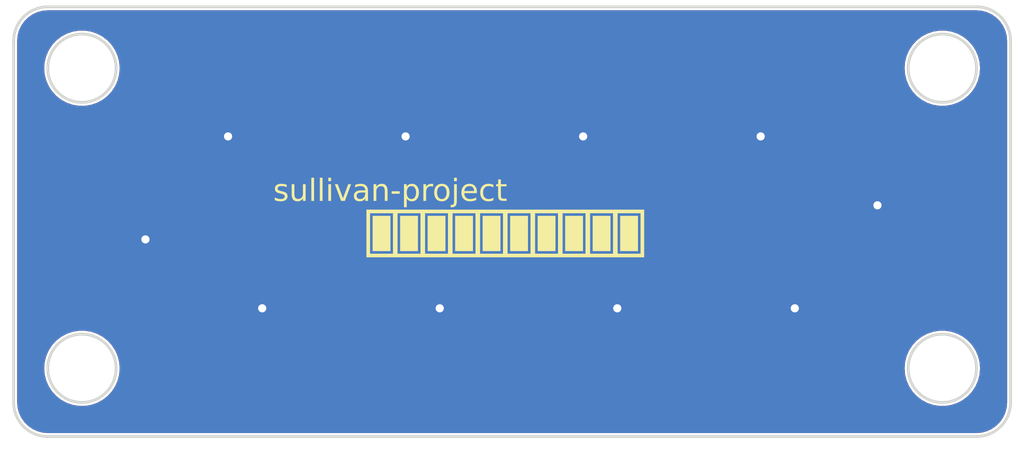
<source format=kicad_pcb>
(kicad_pcb (version 20240108) (generator "pcbnew") (generator_version "7.99")
  (layers (0 "F.Cu" signal) (31 "B.Cu" signal) (34 "B.Paste" user) (35 "F.Paste" user) (36 "B.SilkS" user "B.Silkscreen") (37 "F.SilkS" user "F.Silkscreen") (38 "B.Mask" user) (39 "F.Mask" user) (44 "Edge.Cuts" user))
  (net 0 "")
  (net 1 "GND")
  (net 2 "VCC")
  (footprint "0000:JST_GH_SM02B-GHS-TB_1x02-1MP_P1.25mm_Horizontal" (layer "F.Cu") (at 135.975 101.65 -90)
    (property "Reference" "U10" (hide yes))
    (property "Value" "GH1.25-2P卧贴" (hide yes))
    (pad "1" smd roundrect (at -0.625 -1.85 270) (size 0.6 1.7) (layers "F.Cu" "F.Paste" "F.Mask") (net 1 "GND"))
    (pad "2" smd roundrect (at 0.625 -1.85 270) (size 0.6 1.7) (layers "F.Cu" "F.Paste" "F.Mask") (net 2 "VCC"))
    (pad "3" smd roundrect (at -2.475 1.35 270) (size 1 2.7) (layers "F.Cu" "F.Paste" "F.Mask") (net 1 "GND"))
    (pad "4" smd roundrect (at 2.475 1.35 270) (size 1 2.7) (layers "F.Cu" "F.Paste" "F.Mask") (net 1 "GND"))
  )
  (footprint "0000:JST_GH_SM02B-GHS-TB_1x02-1MP_P1.25mm_Horizontal" (layer "F.Cu") (at 141.475 96.65 180)
    (property "Reference" "U5" (hide yes))
    (property "Value" "GH1.25-2P卧贴" (hide yes))
    (pad "1" smd roundrect (at -0.625 -1.85 180) (size 0.6 1.7) (layers "F.Cu" "F.Paste" "F.Mask") (net 1 "GND"))
    (pad "2" smd roundrect (at 0.625 -1.85 180) (size 0.6 1.7) (layers "F.Cu" "F.Paste" "F.Mask") (net 2 "VCC"))
    (pad "3" smd roundrect (at -2.475 1.35 180) (size 1 2.7) (layers "F.Cu" "F.Paste" "F.Mask") (net 1 "GND"))
    (pad "4" smd roundrect (at 2.475 1.35 180) (size 1 2.7) (layers "F.Cu" "F.Paste" "F.Mask") (net 1 "GND"))
  )
  (footprint "0000:JST_GH_SM02B-GHS-TB_1x02-1MP_P1.25mm_Horizontal" (layer "F.Cu") (at 154.475 106.65)
    (property "Reference" "U2" (hide yes))
    (property "Value" "GH1.25-2P卧贴" (hide yes))
    (pad "1" smd roundrect (at -0.625 -1.85) (size 0.6 1.7) (layers "F.Cu" "F.Paste" "F.Mask") (net 1 "GND"))
    (pad "2" smd roundrect (at 0.625 -1.85) (size 0.6 1.7) (layers "F.Cu" "F.Paste" "F.Mask") (net 2 "VCC"))
    (pad "3" smd roundrect (at -2.475 1.35) (size 1 2.7) (layers "F.Cu" "F.Paste" "F.Mask") (net 1 "GND"))
    (pad "4" smd roundrect (at 2.475 1.35) (size 1 2.7) (layers "F.Cu" "F.Paste" "F.Mask") (net 1 "GND"))
  )
  (footprint "0000:JST_GH_SM02B-GHS-TB_1x02-1MP_P1.25mm_Horizontal" (layer "F.Cu") (at 147.975 106.65)
    (property "Reference" "U6" (hide yes))
    (property "Value" "GH1.25-2P卧贴" (hide yes))
    (pad "1" smd roundrect (at -0.625 -1.85) (size 0.6 1.7) (layers "F.Cu" "F.Paste" "F.Mask") (net 1 "GND"))
    (pad "2" smd roundrect (at 0.625 -1.85) (size 0.6 1.7) (layers "F.Cu" "F.Paste" "F.Mask") (net 2 "VCC"))
    (pad "3" smd roundrect (at -2.475 1.35) (size 1 2.7) (layers "F.Cu" "F.Paste" "F.Mask") (net 1 "GND"))
    (pad "4" smd roundrect (at 2.475 1.35) (size 1 2.7) (layers "F.Cu" "F.Paste" "F.Mask") (net 1 "GND"))
  )
  (footprint "0000:JST_GH_SM02B-GHS-TB_1x02-1MP_P1.25mm_Horizontal" (layer "F.Cu") (at 147.975 96.65 180)
    (property "Reference" "U9" (hide yes))
    (property "Value" "GH1.25-2P卧贴" (hide yes))
    (pad "1" smd roundrect (at -0.625 -1.85 180) (size 0.6 1.7) (layers "F.Cu" "F.Paste" "F.Mask") (net 1 "GND"))
    (pad "2" smd roundrect (at 0.625 -1.85 180) (size 0.6 1.7) (layers "F.Cu" "F.Paste" "F.Mask") (net 2 "VCC"))
    (pad "3" smd roundrect (at -2.475 1.35 180) (size 1 2.7) (layers "F.Cu" "F.Paste" "F.Mask") (net 1 "GND"))
    (pad "4" smd roundrect (at 2.475 1.35 180) (size 1 2.7) (layers "F.Cu" "F.Paste" "F.Mask") (net 1 "GND"))
  )
  (footprint "0000:JST_GH_SM02B-GHS-TB_1x02-1MP_P1.25mm_Horizontal" (layer "F.Cu") (at 160.975 96.65 180)
    (property "Reference" "U7" (hide yes))
    (property "Value" "GH1.25-2P卧贴" (hide yes))
    (pad "1" smd roundrect (at -0.625 -1.85 180) (size 0.6 1.7) (layers "F.Cu" "F.Paste" "F.Mask") (net 1 "GND"))
    (pad "2" smd roundrect (at 0.625 -1.85 180) (size 0.6 1.7) (layers "F.Cu" "F.Paste" "F.Mask") (net 2 "VCC"))
    (pad "3" smd roundrect (at -2.475 1.35 180) (size 1 2.7) (layers "F.Cu" "F.Paste" "F.Mask") (net 1 "GND"))
    (pad "4" smd roundrect (at 2.475 1.35 180) (size 1 2.7) (layers "F.Cu" "F.Paste" "F.Mask") (net 1 "GND"))
  )
  (footprint "0000:JST_GH_SM02B-GHS-TB_1x02-1MP_P1.25mm_Horizontal" (layer "F.Cu") (at 160.975 106.65)
    (property "Reference" "U3" (hide yes))
    (property "Value" "GH1.25-2P卧贴" (hide yes))
    (pad "1" smd roundrect (at -0.625 -1.85) (size 0.6 1.7) (layers "F.Cu" "F.Paste" "F.Mask") (net 1 "GND"))
    (pad "2" smd roundrect (at 0.625 -1.85) (size 0.6 1.7) (layers "F.Cu" "F.Paste" "F.Mask") (net 2 "VCC"))
    (pad "3" smd roundrect (at -2.475 1.35) (size 1 2.7) (layers "F.Cu" "F.Paste" "F.Mask") (net 1 "GND"))
    (pad "4" smd roundrect (at 2.475 1.35) (size 1 2.7) (layers "F.Cu" "F.Paste" "F.Mask") (net 1 "GND"))
  )
  (footprint "0000:JST_GH_SM02B-GHS-TB_1x02-1MP_P1.25mm_Horizontal" (layer "F.Cu") (at 141.475 106.65)
    (property "Reference" "U1" (hide yes))
    (property "Value" "GH1.25-2P卧贴" (hide yes))
    (pad "1" smd roundrect (at -0.625 -1.85) (size 0.6 1.7) (layers "F.Cu" "F.Paste" "F.Mask") (net 1 "GND"))
    (pad "2" smd roundrect (at 0.625 -1.85) (size 0.6 1.7) (layers "F.Cu" "F.Paste" "F.Mask") (net 2 "VCC"))
    (pad "3" smd roundrect (at -2.475 1.35) (size 1 2.7) (layers "F.Cu" "F.Paste" "F.Mask") (net 1 "GND"))
    (pad "4" smd roundrect (at 2.475 1.35) (size 1 2.7) (layers "F.Cu" "F.Paste" "F.Mask") (net 1 "GND"))
  )
  (footprint "0000:JST_GH_SM02B-GHS-TB_1x02-1MP_P1.25mm_Horizontal" (layer "F.Cu") (at 166.475 101.65 90)
    (property "Reference" "U8" (hide yes))
    (property "Value" "GH1.25-2P卧贴" (hide yes))
    (pad "1" smd roundrect (at -0.625 -1.85 90) (size 0.6 1.7) (layers "F.Cu" "F.Paste" "F.Mask") (net 1 "GND"))
    (pad "2" smd roundrect (at 0.625 -1.85 90) (size 0.6 1.7) (layers "F.Cu" "F.Paste" "F.Mask") (net 2 "VCC"))
    (pad "3" smd roundrect (at -2.475 1.35 90) (size 1 2.7) (layers "F.Cu" "F.Paste" "F.Mask") (net 1 "GND"))
    (pad "4" smd roundrect (at 2.475 1.35 90) (size 1 2.7) (layers "F.Cu" "F.Paste" "F.Mask") (net 1 "GND"))
  )
  (footprint "0000:JST_GH_SM02B-GHS-TB_1x02-1MP_P1.25mm_Horizontal" (layer "F.Cu") (at 154.475 96.65 180)
    (property "Reference" "U4" (hide yes))
    (property "Value" "GH1.25-2P卧贴" (hide yes))
    (pad "1" smd roundrect (at -0.625 -1.85 180) (size 0.6 1.7) (layers "F.Cu" "F.Paste" "F.Mask") (net 1 "GND"))
    (pad "2" smd roundrect (at 0.625 -1.85 180) (size 0.6 1.7) (layers "F.Cu" "F.Paste" "F.Mask") (net 2 "VCC"))
    (pad "3" smd roundrect (at -2.475 1.35 180) (size 1 2.7) (layers "F.Cu" "F.Paste" "F.Mask") (net 1 "GND"))
    (pad "4" smd roundrect (at 2.475 1.35 180) (size 1 2.7) (layers "F.Cu" "F.Paste" "F.Mask") (net 1 "GND"))
  )
  (gr_line (start 133 95) (end 133 108.25) (stroke (width 0.1)) (layer "Edge.Cuts"))
  (gr_circle (center 167 107) (end 168.25 107) (stroke (width 0.1)) (fill none) (layer "Edge.Cuts"))
  (gr_line (start 134.25 109.5) (end 168.25 109.500004) (stroke (width 0.1)) (layer "Edge.Cuts"))
  (gr_arc (start 168.25 93.75) (mid 169.133883 94.116117) (end 169.5 95) (stroke (width 0.1)) (layer "Edge.Cuts"))
  (gr_arc (start 134.25 109.5) (mid 133.366117 109.133883) (end 133 108.25) (stroke (width 0.1)) (layer "Edge.Cuts"))
  (gr_line (start 134.25 93.75) (end 168.25 93.75) (stroke (width 0.1)) (layer "Edge.Cuts"))
  (gr_line (start 169.5 95) (end 169.5 108.25) (stroke (width 0.1)) (layer "Edge.Cuts"))
  (gr_arc (start 133 95) (mid 133.366117 94.116117) (end 134.25 93.75) (stroke (width 0.1)) (layer "Edge.Cuts"))
  (gr_arc (start 169.5 108.250004) (mid 169.133883 109.133887) (end 168.25 109.500004) (stroke (width 0.1)) (layer "Edge.Cuts"))
  (gr_circle (center 167 96) (end 168.25 96) (stroke (width 0.1)) (fill none) (layer "Edge.Cuts"))
  (gr_circle (center 135.5 96) (end 136.75 96) (stroke (width 0.1)) (fill none) (layer "Edge.Cuts"))
  (gr_circle (center 135.5 107) (end 136.75 107) (stroke (width 0.1)) (fill none) (layer "Edge.Cuts"))
  (gr_text "sullivan-project\n" (at 142.5 101 0) (layer "F.SilkS") (effects (font (size 0.8 0.8)) (justify left bottom)))
  (gr_text "西南大学工程技术学院" (at 151 102 0) (layer "F.SilkS" knockout) (effects (font (size 1.2 1.2) (thickness 0.1875))))
  (via (at 148.6 104.8) (size 0.5) (drill 0.3) (layers "F.Cu" "B.Cu") (net 2))
  (via (at 160.35 98.5) (size 0.5) (drill 0.3) (layers "F.Cu" "B.Cu") (net 2))
  (via (at 137.825 102.275) (size 0.5) (drill 0.3) (layers "F.Cu" "B.Cu") (net 2))
  (via (at 164.625 101.025) (size 0.5) (drill 0.3) (layers "F.Cu" "B.Cu") (net 2))
  (via (at 142.1 104.8) (size 0.5) (drill 0.3) (layers "F.Cu" "B.Cu") (net 2))
  (via (at 140.85 98.5) (size 0.5) (drill 0.3) (layers "F.Cu" "B.Cu") (net 2))
  (via (at 153.85 98.5) (size 0.5) (drill 0.3) (layers "F.Cu" "B.Cu") (net 2))
  (via (at 147.35 98.5) (size 0.5) (drill 0.3) (layers "F.Cu" "B.Cu") (net 2))
  (via (at 161.6 104.8) (size 0.5) (drill 0.3) (layers "F.Cu" "B.Cu") (net 2))
  (via (at 155.1 104.8) (size 0.5) (drill 0.3) (layers "F.Cu" "B.Cu") (net 2))
  (zone (net 1) (net_name "GND") (layer "F.Cu") (connect_pads yes (clearance 0.5)) (min_thickness 0.25) (fill yes (thermal_gap 0.5) (thermal_bridge_width 0.5))
    (polygon (pts (xy 132.5 93.5) (xy 132.5 110) (xy 170 110) (xy 170 93.5)))
  )
  (zone (net 2) (net_name "VCC") (layer "B.Cu") (connect_pads yes (clearance 0.5)) (min_thickness 0.25) (fill yes (thermal_gap 0.5) (thermal_bridge_width 0.5))
    (polygon (pts (xy 132.5 93.5) (xy 132.5 110) (xy 170 110) (xy 170 93.5)))
  )
)
</source>
